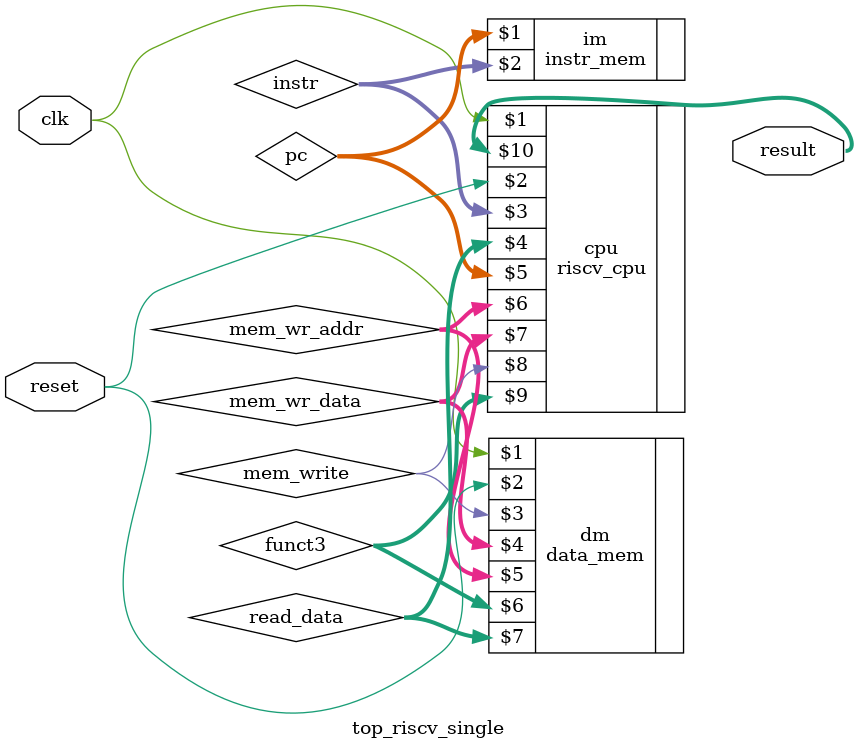
<source format=v>
module top_riscv_single #(parameter WIDTH=32)(
    input clk, reset,
    output [WIDTH-1:0]result
);

wire [31:0]instr;
wire [WIDTH-1:0]read_data, pc, mem_wr_addr, mem_wr_data;
wire [2:0]funct3;
wire mem_write;

riscv_cpu #(32) cpu(clk, reset, instr, read_data, pc, mem_wr_addr, mem_wr_data, mem_write, funct3, result);

instr_mem #(32, 32) im(pc, instr);

data_mem #(32, 32) dm(clk, reset, mem_write, mem_wr_data, mem_wr_addr, funct3, read_data);

endmodule
</source>
